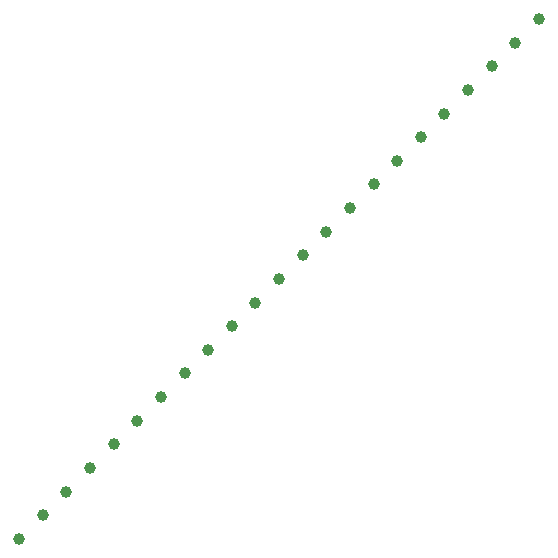
<source format=gbr>
G04 Examples for testing time performance of Gerber parsers*
%FSLAX26Y26*%
%MOMM*%
%ADD10C,1*%
%LPD*%
D10*
X0Y0D03*
X2000000Y2000000D03*
X4000000Y4000000D03*
X6000000Y6000000D03*
X8000000Y8000000D03*
X10000000Y10000000D03*
X12000000Y12000000D03*
X14000000Y14000000D03*
X16000000Y16000000D03*
X18000000Y18000000D03*
X20000000Y20000000D03*
X22000000Y22000000D03*
X24000000Y24000000D03*
X26000000Y26000000D03*
X28000000Y28000000D03*
X30000000Y30000000D03*
X32000000Y32000000D03*
X34000000Y34000000D03*
X36000000Y36000000D03*
X38000000Y38000000D03*
X40000000Y40000000D03*
X42000000Y42000000D03*
X44000000Y44000000D03*
M02*

</source>
